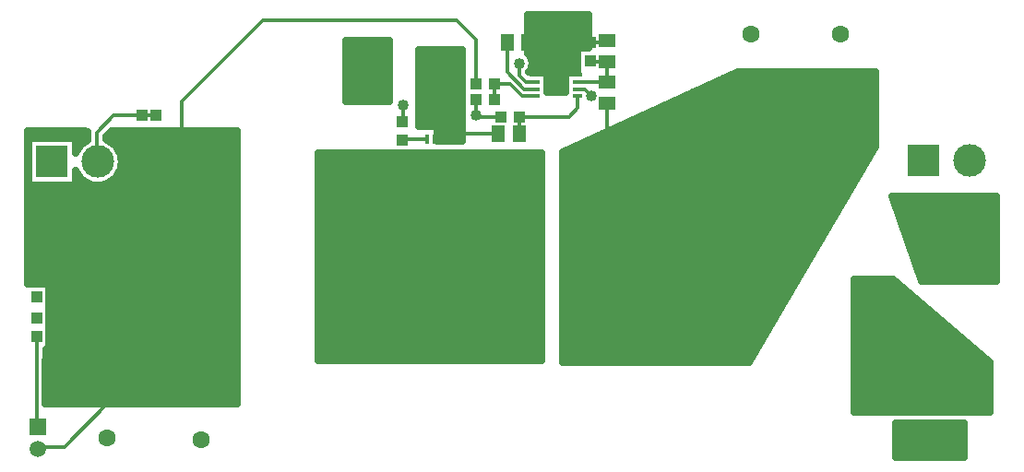
<source format=gtl>
G04 DipTrace 2.4.0.2*
%INBoost_converter.GTL*%
%MOMM*%
%ADD13C,0.315*%
%ADD14C,0.33*%
%ADD15C,0.635*%
%ADD16R,1.0X1.1*%
%ADD17C,1.6*%
%ADD18R,1.6X1.6*%
%ADD19R,1.1X1.0*%
%ADD21R,3.95X1.5*%
%ADD22R,9.7X10.4*%
%ADD23R,3.0X3.0*%
%ADD24C,3.0*%
%ADD25R,1.5X1.5*%
%ADD26C,1.5*%
%ADD27R,3.825X12.32*%
%ADD28C,4.0*%
%ADD30R,2.45X2.5*%
%ADD31R,0.45X0.9*%
%ADD32R,0.7X0.4*%
%ADD33R,1.5X1.3*%
%ADD34R,1.3X1.5*%
%ADD35R,1.8X3.2*%
%ADD36R,0.95X0.315*%
%ADD37C,1.5*%
%ADD38C,2.4*%
%ADD39C,1.016*%
%FSLAX53Y53*%
G04*
G71*
G90*
G75*
G01*
%LNTop*%
%LPD*%
X57592Y46473D2*
D13*
X58232D1*
D14*
X61536D1*
D13*
X61542Y46468D1*
X52220Y44208D2*
D14*
Y43143D1*
X52174Y42779D1*
X11852Y22459D2*
Y14141D1*
X12010D1*
X22805Y42733D2*
X21536D1*
X18949D1*
X17408Y41192D1*
Y38420D1*
X17480Y38493D1*
X62652Y49447D2*
X64086D1*
X64239Y49601D1*
X54443Y42620D2*
X52333D1*
X52174Y42779D1*
X62652Y49447D2*
X56932D1*
X62652D2*
Y50717D1*
X62017Y51352D1*
X60905D1*
X60747Y51193D1*
X56932Y49447D2*
Y50712D1*
X57413Y51193D1*
X58683D1*
X61544Y45822D2*
D13*
X62184D1*
D14*
X64207D1*
X64239Y45791D1*
Y47700D1*
X62698D1*
X62652Y47747D1*
X64239Y43891D2*
Y29743D1*
X65173Y28809D1*
X61538Y45175D2*
D13*
X62161D1*
D14*
X62810Y44526D1*
X57593Y45172D2*
D13*
X56953D1*
D14*
X56607D1*
X55032Y46748D1*
Y49447D1*
X57592Y45818D2*
D13*
X56952D1*
D14*
X56755D1*
X56143Y46430D1*
Y47542D1*
X45507Y43732D2*
Y42257D1*
X45450Y42200D1*
X54238Y41033D2*
X50428D1*
X49317Y42144D1*
Y46748D1*
X48840D1*
X56138Y41033D2*
Y42615D1*
X56143Y42620D1*
X61541Y44526D2*
D13*
Y44203D1*
D14*
Y43414D1*
X60747Y42620D1*
X56143D1*
X47702Y40594D2*
X45544D1*
X45450Y40500D1*
X18361Y18173D2*
Y16268D1*
X14392Y12299D1*
X12169D1*
X12010Y12141D1*
X52220Y45637D2*
Y49718D1*
X50428Y51511D1*
X32648D1*
X25187Y44049D1*
Y32143D1*
X25822Y31508D1*
X57592Y44525D2*
D13*
X56461D1*
D14*
X55349Y45637D1*
X53921D1*
Y44208D2*
Y45637D1*
X94406Y19124D2*
Y20200D1*
X89925Y24681D1*
X97806Y19224D2*
X94506D1*
X94406Y19124D1*
Y29144D2*
Y32036D1*
X93290Y33152D1*
X97806Y29144D2*
Y32836D1*
X97490Y33152D1*
D39*
X52174Y42779D3*
X62810Y44526D3*
X56143Y47542D3*
X45507Y43732D3*
X46999Y48180D2*
D15*
X50836D1*
X46999Y47548D2*
X50836D1*
X46999Y46917D2*
X50836D1*
X46999Y46285D2*
X50836D1*
X46999Y45653D2*
X50836D1*
X46999Y45022D2*
X50836D1*
X46999Y44390D2*
X50836D1*
X46999Y43758D2*
X50836D1*
X46999Y43127D2*
X50836D1*
X46999Y42495D2*
X50836D1*
X46999Y41863D2*
X50836D1*
X48661Y41232D2*
X50836D1*
X48661Y40600D2*
X50836D1*
X46933Y41717D2*
X48600D1*
Y40398D1*
X50904D1*
Y48812D1*
X46935D1*
Y41718D1*
X40331Y48974D2*
X44178D1*
X40331Y48342D2*
X44178D1*
X40331Y47711D2*
X44178D1*
X40331Y47079D2*
X44178D1*
X40331Y46447D2*
X44178D1*
X40331Y45816D2*
X44178D1*
X40331Y45184D2*
X44178D1*
X40331Y44552D2*
X44178D1*
X43919Y49605D2*
X40268D1*
Y44049D1*
X44237D1*
Y49605D1*
X43919D1*
X11121Y40719D2*
X16506D1*
X18310D2*
X30208D1*
X15512Y40087D2*
X15941D1*
X19024D2*
X30208D1*
X19491Y39456D2*
X30208D1*
X19689Y38824D2*
X30208D1*
X19699Y38192D2*
X30208D1*
X19510Y37560D2*
X30208D1*
X15512Y36929D2*
X15911D1*
X19054D2*
X30208D1*
X11121Y36297D2*
X30208D1*
X11121Y35666D2*
X30208D1*
X11121Y35034D2*
X30208D1*
X11121Y34402D2*
X30208D1*
X11121Y33770D2*
X30208D1*
X11121Y33139D2*
X30208D1*
X11121Y32507D2*
X30208D1*
X11121Y31875D2*
X30208D1*
X11121Y31244D2*
X30208D1*
X11121Y30612D2*
X30208D1*
X11121Y29980D2*
X30208D1*
X11121Y29349D2*
X30208D1*
X11121Y28717D2*
X30208D1*
X11121Y28085D2*
X30208D1*
X11121Y27454D2*
X30208D1*
X13091Y26822D2*
X30208D1*
X13091Y26191D2*
X30208D1*
X13091Y25559D2*
X30208D1*
X13091Y24927D2*
X30208D1*
X13091Y24296D2*
X30208D1*
X13091Y23664D2*
X30208D1*
X13091Y23032D2*
X30208D1*
X13091Y22401D2*
X30208D1*
X13091Y21769D2*
X30208D1*
X12754Y21137D2*
X30208D1*
X12754Y20506D2*
X30208D1*
X12754Y19874D2*
X30208D1*
X12754Y19242D2*
X30208D1*
X12754Y18610D2*
X30208D1*
X12754Y17979D2*
X30208D1*
X12754Y17347D2*
X30208D1*
X12754Y16716D2*
X30208D1*
X13021Y23682D2*
X13025Y21236D1*
X12697D1*
X12690Y19602D1*
Y16258D1*
X14550Y16268D1*
X30267D1*
Y41351D1*
X18747D1*
X18244Y40843D1*
X18246Y40527D1*
X18612Y40348D1*
X18870Y40163D1*
X19099Y39943D1*
X19293Y39692D1*
X19448Y39416D1*
X19561Y39119D1*
X19630Y38810D1*
X19653Y38493D1*
X19630Y38177D1*
X19561Y37867D1*
X19448Y37571D1*
X19293Y37294D1*
X19099Y37043D1*
X18870Y36823D1*
X18613Y36638D1*
X18330Y36493D1*
X18030Y36391D1*
X17718Y36333D1*
X17401Y36322D1*
X17086Y36356D1*
X16779Y36436D1*
X16487Y36560D1*
X16216Y36726D1*
X15972Y36929D1*
X15761Y37165D1*
X15586Y37429D1*
X15455Y37708D1*
X15453Y36320D1*
X11108D1*
Y40666D1*
X15453D1*
Y39267D1*
X15586Y39556D1*
X15761Y39821D1*
X15972Y40057D1*
X16216Y40260D1*
X16569Y40460D1*
X16572Y41201D1*
X16297Y41351D1*
X11058D1*
Y27291D1*
X13025Y27287D1*
X13015Y24841D1*
X13025Y23795D1*
X13015Y22936D1*
X37791Y38655D2*
X58148D1*
X37791Y38023D2*
X58148D1*
X37791Y37392D2*
X58148D1*
X37791Y36760D2*
X58148D1*
X37791Y36128D2*
X58148D1*
X37791Y35497D2*
X58148D1*
X37791Y34865D2*
X58148D1*
X37791Y34233D2*
X58148D1*
X37791Y33602D2*
X58148D1*
X37791Y32970D2*
X58148D1*
X37791Y32338D2*
X58148D1*
X37791Y31707D2*
X58148D1*
X37791Y31075D2*
X58148D1*
X37791Y30443D2*
X58148D1*
X37791Y29812D2*
X58148D1*
X37791Y29180D2*
X58148D1*
X37791Y28548D2*
X58148D1*
X37791Y27917D2*
X58148D1*
X37791Y27285D2*
X58148D1*
X37791Y26653D2*
X58148D1*
X37791Y26022D2*
X58148D1*
X37791Y25390D2*
X58148D1*
X37791Y24758D2*
X58148D1*
X37791Y24127D2*
X58148D1*
X37791Y23495D2*
X58148D1*
X37791Y22863D2*
X58148D1*
X37791Y22232D2*
X58148D1*
X37791Y21600D2*
X58148D1*
X37791Y20968D2*
X58148D1*
X37791Y20337D2*
X58148D1*
X46623Y39285D2*
X45353Y39278D1*
X43602Y39287D1*
X37728D1*
Y20237D1*
X58207D1*
Y39287D1*
X46628D1*
X57000Y51355D2*
X62425D1*
X57000Y50723D2*
X62425D1*
X57000Y50092D2*
X62425D1*
X57000Y49460D2*
X62425D1*
X57000Y48828D2*
X61413D1*
X57184Y48197D2*
X61413D1*
X57382Y47565D2*
X61413D1*
X57214Y46933D2*
X61413D1*
X58801Y46302D2*
X60331D1*
X58801Y45670D2*
X60331D1*
X58801Y45038D2*
X60331D1*
X61796Y48970D2*
X62493D1*
Y51987D1*
X56937D1*
Y48425D1*
X57092Y48244D1*
X57245Y47967D1*
X57324Y47542D1*
X57281Y47228D1*
X57157Y46937D1*
X57003Y46743D1*
X57269Y46649D1*
X58740D1*
X58741Y44842D1*
X60399Y44843D1*
X60390Y46006D1*
X60396Y46653D1*
X61478D1*
X61479Y48970D1*
X61796D1*
X74894Y46116D2*
X88777D1*
X73505Y45485D2*
X88777D1*
X72126Y44853D2*
X88777D1*
X70737Y44221D2*
X88777D1*
X69358Y43590D2*
X88777D1*
X67969Y42958D2*
X88777D1*
X66590Y42326D2*
X88777D1*
X65201Y41695D2*
X88777D1*
X63822Y41063D2*
X88777D1*
X62433Y40431D2*
X88777D1*
X61053Y39800D2*
X88757D1*
X60175Y39168D2*
X88380D1*
X60175Y38536D2*
X88013D1*
X60175Y37905D2*
X87636D1*
X60175Y37273D2*
X87269D1*
X60175Y36641D2*
X86902D1*
X60175Y36010D2*
X86525D1*
X60175Y35378D2*
X86158D1*
X60175Y34746D2*
X85781D1*
X60175Y34115D2*
X85414D1*
X60175Y33483D2*
X85046D1*
X60175Y32851D2*
X84669D1*
X60175Y32220D2*
X84302D1*
X60175Y31588D2*
X83925D1*
X60175Y30956D2*
X83558D1*
X60175Y30325D2*
X83191D1*
X60175Y29693D2*
X82814D1*
X60175Y29061D2*
X82447D1*
X60175Y28430D2*
X82080D1*
X60175Y27798D2*
X81703D1*
X60175Y27166D2*
X81336D1*
X60175Y26535D2*
X80959D1*
X60175Y25903D2*
X80591D1*
X60175Y25271D2*
X80224D1*
X60175Y24640D2*
X79847D1*
X60175Y24008D2*
X79480D1*
X60175Y23376D2*
X79103D1*
X60175Y22745D2*
X78736D1*
X60175Y22113D2*
X78369D1*
X60175Y21481D2*
X77992D1*
X60175Y20850D2*
X77625D1*
X60175Y20218D2*
X77248D1*
X76214Y46748D2*
X60111Y39400D1*
X60112Y20078D1*
X77227D1*
X79393Y23754D1*
X88844Y39847D1*
X88846Y46748D1*
X76215D1*
X87007Y27066D2*
X91152D1*
X87007Y26434D2*
X91886D1*
X87007Y25803D2*
X92620D1*
X87007Y25171D2*
X93354D1*
X87007Y24539D2*
X94088D1*
X87007Y23908D2*
X94823D1*
X87007Y23276D2*
X95557D1*
X87007Y22644D2*
X96291D1*
X87007Y22013D2*
X97025D1*
X87007Y21381D2*
X97760D1*
X87007Y20749D2*
X98494D1*
X87007Y20118D2*
X99228D1*
X87007Y19486D2*
X99268D1*
X87007Y18854D2*
X99268D1*
X87007Y18223D2*
X99268D1*
X87007Y17591D2*
X99268D1*
X87007Y16959D2*
X99268D1*
X87007Y16328D2*
X99268D1*
X87007Y15696D2*
X99268D1*
X99325Y20092D2*
X90481Y27695D1*
X86944Y27698D1*
Y15473D1*
X99328D1*
Y20086D1*
X90814Y13890D2*
X96883D1*
X90814Y13258D2*
X96883D1*
X90814Y12627D2*
X96883D1*
X90814Y11995D2*
X96883D1*
X90814Y11363D2*
X96883D1*
X96624Y14522D2*
X90750D1*
Y11347D1*
X96942D1*
Y14522D1*
X96624D1*
X90684Y34687D2*
X99903D1*
X90892Y34055D2*
X99903D1*
X91110Y33423D2*
X99903D1*
X91329Y32792D2*
X99903D1*
X91537Y32160D2*
X99903D1*
X91755Y31528D2*
X99903D1*
X91964Y30897D2*
X99903D1*
X92182Y30265D2*
X99903D1*
X92400Y29633D2*
X99903D1*
X92609Y29002D2*
X99903D1*
X92827Y28370D2*
X99903D1*
X93045Y27738D2*
X99903D1*
X90405Y35315D2*
X93046Y27537D1*
X99963Y27539D1*
Y35318D1*
X90408D1*
D16*
X94561Y15904D3*
Y14204D3*
X92973Y15904D3*
Y14204D3*
D17*
X77415Y50240D3*
D18*
Y45160D3*
D17*
X85671Y50240D3*
D18*
Y45160D3*
D19*
X56143Y42620D3*
X54443D3*
D17*
X26933Y12934D3*
D18*
Y18014D3*
D17*
X18361Y13093D3*
D18*
Y18173D3*
D16*
X21536Y41033D3*
Y42733D3*
X22805Y41033D3*
Y42733D3*
X62652Y47747D3*
Y49447D3*
D19*
X53921Y44208D3*
X52220D3*
D21*
X54873Y31349D3*
Y26269D3*
D22*
X65173Y28809D3*
D16*
X11852Y22459D3*
Y24159D3*
D23*
X13281Y38493D3*
D24*
X17481D3*
Y32993D3*
X13281D3*
D23*
X93291Y38652D3*
D24*
X97490D3*
Y33152D3*
X93291D3*
D25*
X12010Y14141D3*
D26*
Y12141D3*
D27*
X25822Y31508D3*
X42067D3*
D28*
X73925Y24681D3*
X89925D3*
D30*
X48682Y38334D3*
D31*
X47702Y40594D3*
X48352Y40591D3*
X49002Y40589D3*
X49652Y40586D3*
D32*
X50152Y39064D3*
X47177Y39074D3*
D33*
X64239Y47700D3*
Y49601D3*
Y43891D3*
Y45791D3*
D34*
X55032Y49447D3*
X56932D3*
X54238Y41033D3*
X56138D3*
D35*
X48840Y46748D3*
X43240D3*
D16*
X45450Y42200D3*
Y40501D3*
D19*
X53921Y45637D3*
X52220D3*
D16*
X11852Y27764D3*
Y26064D3*
D36*
X61541Y44526D3*
X61538Y45175D3*
X61544Y45822D3*
X61542Y46468D3*
X57592Y44525D3*
X57593Y45172D3*
X57592Y45818D3*
Y46473D3*
D37*
X40744Y47700D3*
Y45796D3*
X92179Y12141D3*
X95513D3*
X58683Y51193D3*
X60747D3*
D38*
X94406Y19124D3*
Y29144D3*
X97806D3*
Y19224D3*
M02*

</source>
